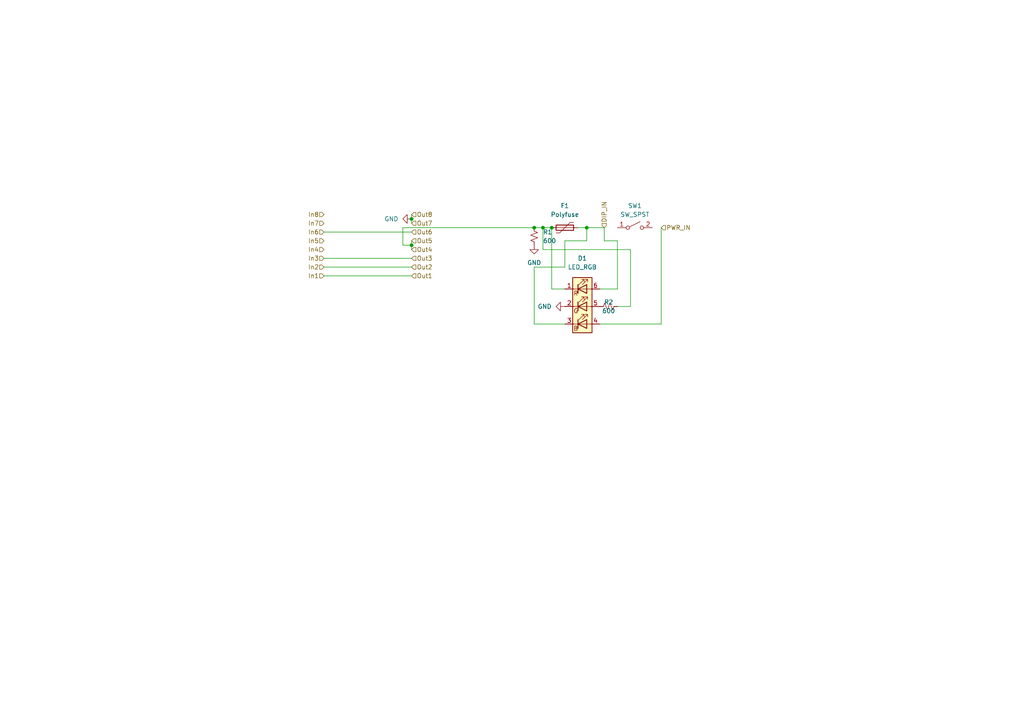
<source format=kicad_sch>
(kicad_sch (version 20211123) (generator eeschema)
  (paper "A4")
  (lib_symbols
    (symbol "Device:LED_RGB" (pin_names (offset 0) hide)
      (property "Reference" "D" (at 0 9.398 0))
      (property "Value" "LED_RGB" (at 0 -8.89 0))
      (symbol "LED_RGB_0_0"
        (text "B" (at -1.905 -6.35 0) (effects (font (size 1.27 1.27))))
        (text "G" (at -1.905 -1.27 0) (effects (font (size 1.27 1.27))))
        (text "R" (at -1.905 3.81 0) (effects (font (size 1.27 1.27))))
      )
      (symbol "LED_RGB_0_1"
        (polyline (pts (xy -1.27 -5.08) (xy -2.54 -5.08)))
        (polyline (pts (xy -1.27 -5.08) (xy 1.27 -5.08)))
        (polyline (pts (xy -1.27 -3.81) (xy -1.27 -6.35)) (stroke (width 0.254)))
        (polyline (pts (xy -1.27 0) (xy -2.54 0)))
        (polyline (pts (xy -1.27 1.27) (xy -1.27 -1.27)) (stroke (width 0.254)))
        (polyline (pts (xy -1.27 5.08) (xy -2.54 5.08)))
        (polyline (pts (xy -1.27 5.08) (xy 1.27 5.08)))
        (polyline (pts (xy -1.27 6.35) (xy -1.27 3.81)) (stroke (width 0.254)))
        (polyline (pts (xy 1.27 -5.08) (xy 2.54 -5.08)))
        (polyline (pts (xy 1.27 0) (xy -1.27 0)))
        (polyline (pts (xy 1.27 0) (xy 2.54 0)))
        (polyline (pts (xy 1.27 5.08) (xy 2.54 5.08)))
        (polyline (pts (xy -1.27 1.27) (xy -1.27 -1.27) (xy -1.27 -1.27)))
        (polyline (pts (xy -1.27 6.35) (xy -1.27 3.81) (xy -1.27 3.81)))
        (polyline (pts (xy 1.27 -3.81) (xy 1.27 -6.35) (xy -1.27 -5.08) (xy 1.27 -3.81)) (stroke (width 0.254)))
        (polyline (pts (xy 1.27 1.27) (xy 1.27 -1.27) (xy -1.27 0) (xy 1.27 1.27)) (stroke (width 0.254)))
        (polyline (pts (xy 1.27 6.35) (xy 1.27 3.81) (xy -1.27 5.08) (xy 1.27 6.35)) (stroke (width 0.254)))
        (polyline (pts (xy -1.016 -3.81) (xy 0.508 -2.286) (xy -0.254 -2.286) (xy 0.508 -2.286) (xy 0.508 -3.048)))
        (polyline (pts (xy -1.016 1.27) (xy 0.508 2.794) (xy -0.254 2.794) (xy 0.508 2.794) (xy 0.508 2.032)))
        (polyline (pts (xy -1.016 6.35) (xy 0.508 7.874) (xy -0.254 7.874) (xy 0.508 7.874) (xy 0.508 7.112)))
        (polyline (pts (xy 0 -3.81) (xy 1.524 -2.286) (xy 0.762 -2.286) (xy 1.524 -2.286) (xy 1.524 -3.048)))
        (polyline (pts (xy 0 1.27) (xy 1.524 2.794) (xy 0.762 2.794) (xy 1.524 2.794) (xy 1.524 2.032)))
        (polyline (pts (xy 0 6.35) (xy 1.524 7.874) (xy 0.762 7.874) (xy 1.524 7.874) (xy 1.524 7.112)))
        (rectangle (start 1.27 -1.27) (end 1.27 1.27))
        (rectangle (start 1.27 1.27) (end 1.27 1.27))
        (rectangle (start 1.27 3.81) (end 1.27 6.35))
        (rectangle (start 1.27 6.35) (end 1.27 6.35))
        (rectangle (start 2.794 8.382) (end -2.794 -7.62) (stroke (width 0.254)) (fill (type background)))
      )
      (symbol "LED_RGB_1_1"
        (pin passive line (at -5.08 5.08 0) (length 2.54) (name "RK") (number "1"))
        (pin passive line (at -5.08 0 0) (length 2.54) (name "GK") (number "2"))
        (pin passive line (at -5.08 -5.08 0) (length 2.54) (name "BK") (number "3"))
        (pin passive line (at 5.08 -5.08 180) (length 2.54) (name "BA") (number "4"))
        (pin passive line (at 5.08 0 180) (length 2.54) (name "GA") (number "5"))
        (pin passive line (at 5.08 5.08 180) (length 2.54) (name "RA") (number "6"))
      )
    )
    (symbol "Device:Polyfuse" (pin_numbers hide) (pin_names (offset 0))
      (property "Reference" "F" (at -2.54 0 90))
      (property "Value" "Polyfuse" (at 2.54 0 90))
      (symbol "Polyfuse_0_1"
        (rectangle (start -0.762 2.54) (end 0.762 -2.54) (stroke (width 0.254)))
        (polyline (pts (xy 0 2.54) (xy 0 -2.54)))
        (polyline (pts (xy -1.524 2.54) (xy -1.524 1.524) (xy 1.524 -1.524) (xy 1.524 -2.54)))
      )
      (symbol "Polyfuse_1_1"
        (pin passive line (at 0 3.81 270) (length 1.27) (name "~") (number "1"))
        (pin passive line (at 0 -3.81 90) (length 1.27) (name "~") (number "2"))
      )
    )
    (symbol "Device:R_Small_US" (pin_numbers hide) (pin_names (offset 0.254) hide)
      (property "Reference" "R" (at 0.762 0.508 0))
      (property "Value" "R_Small_US" (at 0.762 -1.016 0))
      (symbol "R_Small_US_1_1"
        (polyline (pts (xy 0 0) (xy 1.016 -0.381) (xy 0 -0.762) (xy -1.016 -1.143) (xy 0 -1.524)))
        (polyline (pts (xy 0 1.524) (xy 1.016 1.143) (xy 0 0.762) (xy -1.016 0.381) (xy 0 0)))
        (pin passive line (at 0 2.54 270) (length 1.016) (name "~") (number "1"))
        (pin passive line (at 0 -2.54 90) (length 1.016) (name "~") (number "2"))
      )
    )
    (symbol "Switch:SW_SPST" (pin_names (offset 0) hide)
      (property "Reference" "SW" (at 0 3.175 0))
      (property "Value" "SW_SPST" (at 0 -2.54 0))
      (symbol "SW_SPST_0_0"
        (circle (center -2.032 0) (radius 0.508))
        (polyline (pts (xy -1.524 0.254) (xy 1.524 1.778)))
        (circle (center 2.032 0) (radius 0.508))
      )
      (symbol "SW_SPST_1_1"
        (pin passive line (at -5.08 0 0) (length 2.54) (name "A") (number "1"))
        (pin passive line (at 5.08 0 180) (length 2.54) (name "B") (number "2"))
      )
    )
    (symbol "power:GND" (power) (pin_names (offset 0))
      (property "Value" "GND" (at 0 -3.81 0))
      (symbol "GND_0_1"
        (polyline (pts (xy 0 0) (xy 0 -1.27) (xy 1.27 -1.27) (xy 0 -2.54) (xy -1.27 -1.27) (xy 0 -1.27)))
      )
      (symbol "GND_1_1"
        (pin power_in line (at 0 0 270) (length 0) hide (name "GND") (number "1"))
      )
    )
  )
  (junction (at 157.48 66.04))
  (junction (at 160.02 66.04))
  (junction (at 119.38 71.12))
  (junction (at 119.38 63.5))
  (junction (at 170.18 66.04))
  (junction (at 154.94 66.04))
  (wire (pts (xy 173.99 93.98) (xy 191.77 93.98)))
  (wire (pts (xy 119.38 69.85) (xy 119.38 71.12)))
  (wire (pts (xy 157.48 66.04) (xy 160.02 66.04)))
  (wire (pts (xy 154.94 93.98) (xy 163.83 93.98)))
  (wire (pts (xy 157.48 72.39) (xy 157.48 66.04)))
  (wire (pts (xy 160.02 66.04) (xy 160.02 83.82)))
  (wire (pts (xy 163.83 83.82) (xy 160.02 83.82)))
  (wire (pts (xy 154.94 77.47) (xy 163.83 77.47)))
  (wire (pts (xy 175.26 66.04) (xy 170.18 66.04)))
  (wire (pts (xy 93.98 77.47) (xy 119.38 77.47)))
  (wire (pts (xy 119.38 71.12) (xy 119.38 72.39)))
  (wire (pts (xy 163.83 77.47) (xy 163.83 69.85)))
  (wire (pts (xy 119.38 62.23) (xy 119.38 63.5)))
  (wire (pts (xy 154.94 66.04) (xy 116.84 66.04)))
  (wire (pts (xy 191.77 66.04) (xy 191.77 93.98)))
  (wire (pts (xy 93.98 74.93) (xy 119.38 74.93)))
  (wire (pts (xy 163.83 69.85) (xy 170.18 69.85)))
  (wire (pts (xy 173.99 83.82) (xy 179.07 83.82)))
  (wire (pts (xy 179.07 69.85) (xy 175.26 69.85)))
  (wire (pts (xy 116.84 71.12) (xy 119.38 71.12)))
  (wire (pts (xy 170.18 69.85) (xy 170.18 66.04)))
  (wire (pts (xy 170.18 66.04) (xy 167.64 66.04)))
  (wire (pts (xy 182.88 88.9) (xy 182.88 72.39)))
  (wire (pts (xy 93.98 67.31) (xy 119.38 67.31)))
  (wire (pts (xy 154.94 66.04) (xy 157.48 66.04)))
  (wire (pts (xy 119.38 63.5) (xy 119.38 64.77)))
  (wire (pts (xy 154.94 93.98) (xy 154.94 77.47)))
  (wire (pts (xy 182.88 72.39) (xy 157.48 72.39)))
  (wire (pts (xy 175.26 69.85) (xy 175.26 66.04)))
  (wire (pts (xy 179.07 88.9) (xy 182.88 88.9)))
  (wire (pts (xy 179.07 83.82) (xy 179.07 69.85)))
  (wire (pts (xy 116.84 66.04) (xy 116.84 71.12)))
  (wire (pts (xy 93.98 80.01) (xy 119.38 80.01)))
  (hierarchical_label "Out8" (shape input) (at 119.38 62.23 0))
  (hierarchical_label "In8" (shape input) (at 93.98 62.23 180))
  (hierarchical_label "Out4" (shape input) (at 119.38 72.39 0))
  (hierarchical_label "DIP_IN" (shape input) (at 175.26 66.04 90))
  (hierarchical_label "Out5" (shape input) (at 119.38 69.85 0))
  (hierarchical_label "Out6" (shape input) (at 119.38 67.31 0))
  (hierarchical_label "Out2" (shape input) (at 119.38 77.47 0))
  (hierarchical_label "Out7" (shape input) (at 119.38 64.77 0))
  (hierarchical_label "In7" (shape input) (at 93.98 64.77 180))
  (hierarchical_label "In2" (shape input) (at 93.98 77.47 180))
  (hierarchical_label "In3" (shape input) (at 93.98 74.93 180))
  (hierarchical_label "In4" (shape input) (at 93.98 72.39 180))
  (hierarchical_label "In5" (shape input) (at 93.98 69.85 180))
  (hierarchical_label "PWR_IN" (shape input) (at 191.77 66.04 0))
  (hierarchical_label "Out1" (shape input) (at 119.38 80.01 0))
  (hierarchical_label "In1" (shape input) (at 93.98 80.01 180))
  (hierarchical_label "Out3" (shape input) (at 119.38 74.93 0))
  (hierarchical_label "In6" (shape input) (at 93.98 67.31 180))
  (symbol (lib_id "power:GND") (at 154.94 71.12 0) (unit 1)
    (property "Reference" "#PWR05" (effects hide))
    (property "Value" "GND" (at 154.94 76.2 0))
  )
  (symbol (lib_id "Device:LED_RGB") (at 168.91 88.9 0) (unit 1)
    (property "Reference" "D1" (at 168.91 74.93 0))
    (property "Value" "LED_RGB" (at 168.91 77.47 0))
    (property "Footprint" "LED_SMD:LED_Avago_PLCC6_3x2.8mm" (effects hide))
  )
  (symbol (lib_id "Device:R_Small_US") (at 154.94 68.58 0) (unit 1)
    (property "Reference" "R1" (at 157.48 67.3099 0) (effects (justify left)))
    (property "Value" "600" (at 157.48 69.8499 0) (effects (justify left)))
    (property "Footprint" "Resistor_SMD:R_0402_1005Metric" (effects hide))
  )
  (symbol (lib_id "power:GND") (at 119.38 63.5 270) (unit 1)
    (property "Reference" "#PWR0104" (effects hide))
    (property "Value" "GND" (at 115.57 63.4999 90) (effects (justify right)))
  )
  (symbol (lib_id "Switch:SW_SPST") (at 184.15 66.04 0) (unit 1)
    (property "Reference" "SW1" (at 184.15 59.69 0))
    (property "Value" "SW_SPST" (at 184.15 62.23 0))
  )
  (symbol (lib_id "Device:Polyfuse") (at 163.83 66.04 90) (unit 1)
    (property "Reference" "F1" (at 163.83 59.69 90))
    (property "Value" "Polyfuse" (at 163.83 62.23 90))
    (property "Footprint" "Fuse:Fuse_2920_7451Metric" (effects hide))
  )
  (symbol (lib_id "Device:R_Small_US") (at 176.53 88.9 90) (unit 1)
    (property "Reference" "R2" (at 176.53 87.63 90))
    (property "Value" "600" (at 176.53 90.17 90))
    (property "Footprint" "Resistor_SMD:R_0402_1005Metric" (effects hide))
  )
  (symbol (lib_id "power:GND") (at 163.83 88.9 270) (unit 1)
    (property "Reference" "#PWR07" (effects hide))
    (property "Value" "GND" (at 160.02 88.8999 90) (effects (justify right)))
  )
)
</source>
